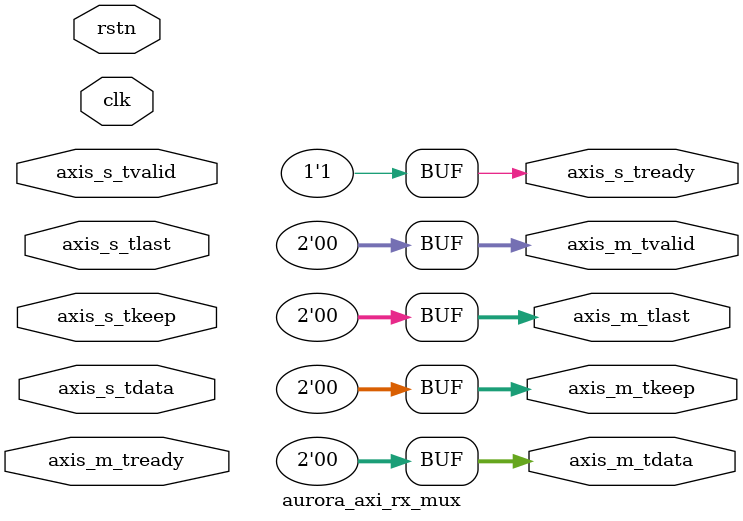
<source format=v>
module aurora_axi_rx_mux #(
    parameter ETHCOUNT = 0,
    parameter SIM = 0
) (
    // input [2:0]  axis_m_sel,

    output       axis_s_tready,
    input [31:0] axis_s_tdata ,
    input [3:0]  axis_s_tkeep ,
    input        axis_s_tvalid,
    input        axis_s_tlast ,

    input [ETHCOUNT-1:0]           axis_m_tready,
    output reg [(ETHCOUNT*32)-1:0] axis_m_tdata  = 0,
    output reg [(ETHCOUNT*4-1):0]  axis_m_tkeep  = 0,
    output reg [ETHCOUNT-1:0]      axis_m_tvalid = 0,
    output reg [ETHCOUNT-1:0]      axis_m_tlast  = 0,

    input rstn,
    input clk
);

reg payload_en = 1'b0;
reg [2:0] eth_num = 0;

integer i;
always @(posedge clk) begin
    if (axis_s_tvalid & axis_s_tlast) begin
        payload_en <= 1'b0;
    end else if (axis_s_tvalid) begin
        payload_en <= 1'b1;
    end

    if (axis_s_tvalid && !payload_en) begin
        eth_num <= axis_s_tdata[2:0];
    end

    for (i=0;i<ETHCOUNT;i=i+1) begin
        axis_m_tdata [(i*32) +: 32] <= axis_s_tdata;
        axis_m_tkeep [(i*4) +: 4] <= axis_s_tkeep;
        axis_m_tvalid[i] <= (eth_num == i) & payload_en & axis_s_tvalid;
        axis_m_tlast [i] <= (eth_num == i) & payload_en & axis_s_tlast ;
    end
end

assign axis_s_tready = 1'b1;

endmodule

</source>
